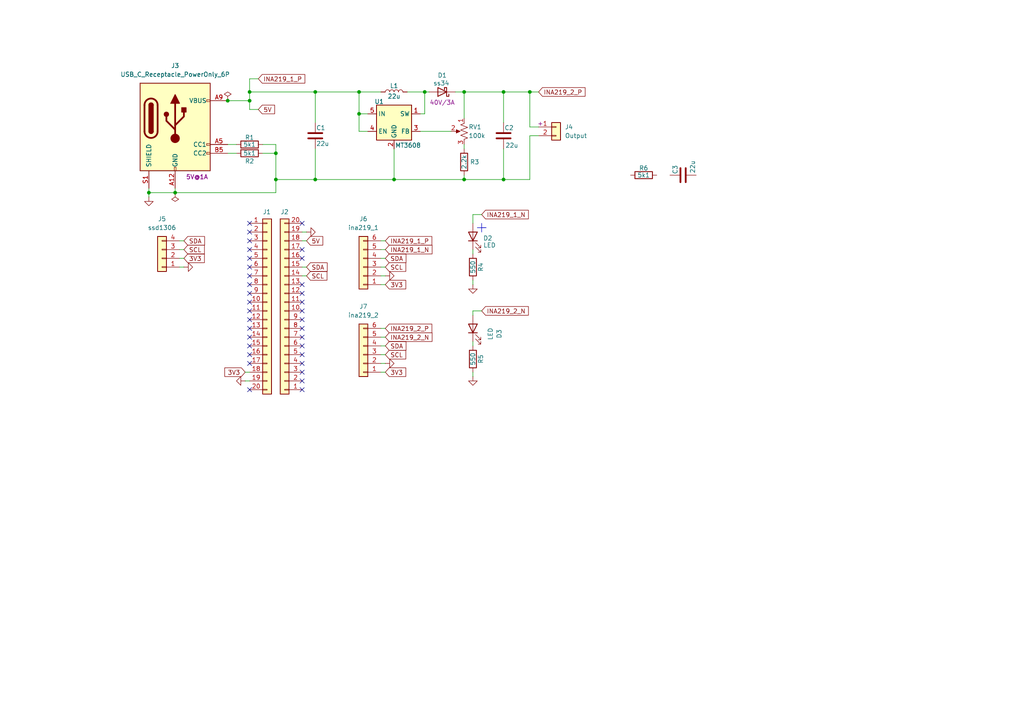
<source format=kicad_sch>
(kicad_sch (version 20231120) (generator "eeschema") (generator_version "8.0")
  (paper "A4")
  (lib_symbols
    (symbol "Connector:USB_C_Receptacle_PowerOnly_6P" (pin_names (offset 1.016))
      (property "Reference" "J" (at 0 16.51 0))
      (property "Value" "USB_C_Receptacle_PowerOnly_6P" (at 0 13.97 0))
      (symbol "USB_C_Receptacle_PowerOnly_6P_0_0"
        (rectangle (start -0.254 -12.7) (end 0.254 -11.684))
        (rectangle (start 10.16 -7.366) (end 9.144 -7.874))
        (rectangle (start 10.16 -4.826) (end 9.144 -5.334))
        (rectangle (start 10.16 7.874) (end 9.144 7.366))
      )
      (symbol "USB_C_Receptacle_PowerOnly_6P_0_1"
        (rectangle (start -10.16 12.7) (end 10.16 -12.7) (stroke (width 0.254)) (fill (type background)))
        (arc (start -8.89 -1.27) (mid -6.985 -3.1667) (end -5.08 -1.27) (stroke (width 0.508)))
        (arc (start -7.62 -1.27) (mid -6.985 -1.9023) (end -6.35 -1.27) (stroke (width 0.254)))
        (arc (start -7.62 -1.27) (mid -6.985 -1.9023) (end -6.35 -1.27) (stroke (width 0.254)) (fill (type outline)))
        (rectangle (start -7.62 -1.27) (end -6.35 6.35) (stroke (width 0.254)) (fill (type outline)))
        (arc (start -6.35 6.35) (mid -6.985 6.9823) (end -7.62 6.35) (stroke (width 0.254)))
        (arc (start -6.35 6.35) (mid -6.985 6.9823) (end -7.62 6.35) (stroke (width 0.254)) (fill (type outline)))
        (arc (start -5.08 6.35) (mid -6.985 8.2467) (end -8.89 6.35) (stroke (width 0.508)))
        (circle (center -2.54 3.683) (radius 0.635) (stroke (width 0.254)) (fill (type outline)))
        (circle (center 0 -3.302) (radius 1.27) (fill (type outline)))
        (polyline (pts (xy -8.89 -1.27) (xy -8.89 6.35)) (stroke (width 0.508)))
        (polyline (pts (xy -5.08 6.35) (xy -5.08 -1.27)) (stroke (width 0.508)))
        (polyline (pts (xy 0 -3.302) (xy 0 6.858)) (stroke (width 0.508)))
        (polyline (pts (xy 0 -0.762) (xy -2.54 1.778) (xy -2.54 3.048)) (stroke (width 0.508)))
        (polyline (pts (xy 0 0.508) (xy 2.54 3.048) (xy 2.54 4.318)) (stroke (width 0.508)))
        (polyline (pts (xy -1.27 6.858) (xy 0 9.398) (xy 1.27 6.858) (xy -1.27 6.858)) (stroke (width 0.254)) (fill (type outline)))
        (rectangle (start 1.905 4.318) (end 3.175 5.588) (stroke (width 0.254)) (fill (type outline)))
      )
      (symbol "USB_C_Receptacle_PowerOnly_6P_1_1"
        (pin passive line (at 0 -17.78 90) (length 5.08) (name "GND") (number "A12"))
        (pin bidirectional line (at 15.24 -5.08 180) (length 5.08) (name "CC1") (number "A5"))
        (pin passive line (at 15.24 7.62 180) (length 5.08) (name "VBUS") (number "A9"))
        (pin passive line (at 0 -17.78 90) (length 5.08) hide (name "GND") (number "B12"))
        (pin bidirectional line (at 15.24 -7.62 180) (length 5.08) (name "CC2") (number "B5"))
        (pin passive line (at 15.24 7.62 180) (length 5.08) hide (name "VBUS") (number "B9"))
        (pin passive line (at -7.62 -17.78 90) (length 5.08) (name "SHIELD") (number "S1"))
      )
    )
    (symbol "Connector_Generic:Conn_01x02" (pin_names (offset 1.016) hide)
      (property "Reference" "J" (at 0 2.54 0))
      (property "Value" "Conn_01x02" (at 0 -5.08 0))
      (symbol "Conn_01x02_1_1"
        (rectangle (start -1.27 -2.413) (end 0 -2.667) (stroke (width 0.1524)))
        (rectangle (start -1.27 0.127) (end 0 -0.127) (stroke (width 0.1524)))
        (rectangle (start -1.27 1.27) (end 1.27 -3.81) (stroke (width 0.254)) (fill (type background)))
        (pin passive line (at -5.08 0 0) (length 3.81) (name "Pin_1") (number "1"))
        (pin passive line (at -5.08 -2.54 0) (length 3.81) (name "Pin_2") (number "2"))
      )
    )
    (symbol "Connector_Generic:Conn_01x04" (pin_names (offset 1.016) hide)
      (property "Reference" "J" (at 0 5.08 0))
      (property "Value" "Conn_01x04" (at 0 -7.62 0))
      (symbol "Conn_01x04_1_1"
        (rectangle (start -1.27 -4.953) (end 0 -5.207) (stroke (width 0.1524)))
        (rectangle (start -1.27 -2.413) (end 0 -2.667) (stroke (width 0.1524)))
        (rectangle (start -1.27 0.127) (end 0 -0.127) (stroke (width 0.1524)))
        (rectangle (start -1.27 2.667) (end 0 2.413) (stroke (width 0.1524)))
        (rectangle (start -1.27 3.81) (end 1.27 -6.35) (stroke (width 0.254)) (fill (type background)))
        (pin passive line (at -5.08 2.54 0) (length 3.81) (name "Pin_1") (number "1"))
        (pin passive line (at -5.08 0 0) (length 3.81) (name "Pin_2") (number "2"))
        (pin passive line (at -5.08 -2.54 0) (length 3.81) (name "Pin_3") (number "3"))
        (pin passive line (at -5.08 -5.08 0) (length 3.81) (name "Pin_4") (number "4"))
      )
    )
    (symbol "Connector_Generic:Conn_01x06" (pin_names (offset 1.016) hide)
      (property "Reference" "J" (at 0 7.62 0))
      (property "Value" "Conn_01x06" (at 0 -10.16 0))
      (symbol "Conn_01x06_1_1"
        (rectangle (start -1.27 -7.493) (end 0 -7.747) (stroke (width 0.1524)))
        (rectangle (start -1.27 -4.953) (end 0 -5.207) (stroke (width 0.1524)))
        (rectangle (start -1.27 -2.413) (end 0 -2.667) (stroke (width 0.1524)))
        (rectangle (start -1.27 0.127) (end 0 -0.127) (stroke (width 0.1524)))
        (rectangle (start -1.27 2.667) (end 0 2.413) (stroke (width 0.1524)))
        (rectangle (start -1.27 5.207) (end 0 4.953) (stroke (width 0.1524)))
        (rectangle (start -1.27 6.35) (end 1.27 -8.89) (stroke (width 0.254)) (fill (type background)))
        (pin passive line (at -5.08 5.08 0) (length 3.81) (name "Pin_1") (number "1"))
        (pin passive line (at -5.08 2.54 0) (length 3.81) (name "Pin_2") (number "2"))
        (pin passive line (at -5.08 0 0) (length 3.81) (name "Pin_3") (number "3"))
        (pin passive line (at -5.08 -2.54 0) (length 3.81) (name "Pin_4") (number "4"))
        (pin passive line (at -5.08 -5.08 0) (length 3.81) (name "Pin_5") (number "5"))
        (pin passive line (at -5.08 -7.62 0) (length 3.81) (name "Pin_6") (number "6"))
      )
    )
    (symbol "Connector_Generic:Conn_01x20" (pin_names (offset 1.016) hide)
      (property "Reference" "J" (at 0 25.4 0))
      (property "Value" "Conn_01x20" (at 0 -27.94 0))
      (symbol "Conn_01x20_1_1"
        (rectangle (start -1.27 -25.273) (end 0 -25.527) (stroke (width 0.1524)))
        (rectangle (start -1.27 -22.733) (end 0 -22.987) (stroke (width 0.1524)))
        (rectangle (start -1.27 -20.193) (end 0 -20.447) (stroke (width 0.1524)))
        (rectangle (start -1.27 -17.653) (end 0 -17.907) (stroke (width 0.1524)))
        (rectangle (start -1.27 -15.113) (end 0 -15.367) (stroke (width 0.1524)))
        (rectangle (start -1.27 -12.573) (end 0 -12.827) (stroke (width 0.1524)))
        (rectangle (start -1.27 -10.033) (end 0 -10.287) (stroke (width 0.1524)))
        (rectangle (start -1.27 -7.493) (end 0 -7.747) (stroke (width 0.1524)))
        (rectangle (start -1.27 -4.953) (end 0 -5.207) (stroke (width 0.1524)))
        (rectangle (start -1.27 -2.413) (end 0 -2.667) (stroke (width 0.1524)))
        (rectangle (start -1.27 0.127) (end 0 -0.127) (stroke (width 0.1524)))
        (rectangle (start -1.27 2.667) (end 0 2.413) (stroke (width 0.1524)))
        (rectangle (start -1.27 5.207) (end 0 4.953) (stroke (width 0.1524)))
        (rectangle (start -1.27 7.747) (end 0 7.493) (stroke (width 0.1524)))
        (rectangle (start -1.27 10.287) (end 0 10.033) (stroke (width 0.1524)))
        (rectangle (start -1.27 12.827) (end 0 12.573) (stroke (width 0.1524)))
        (rectangle (start -1.27 15.367) (end 0 15.113) (stroke (width 0.1524)))
        (rectangle (start -1.27 17.907) (end 0 17.653) (stroke (width 0.1524)))
        (rectangle (start -1.27 20.447) (end 0 20.193) (stroke (width 0.1524)))
        (rectangle (start -1.27 22.987) (end 0 22.733) (stroke (width 0.1524)))
        (rectangle (start -1.27 24.13) (end 1.27 -26.67) (stroke (width 0.254)) (fill (type background)))
        (pin passive line (at -5.08 22.86 0) (length 3.81) (name "Pin_1") (number "1"))
        (pin passive line (at -5.08 0 0) (length 3.81) (name "Pin_10") (number "10"))
        (pin passive line (at -5.08 -2.54 0) (length 3.81) (name "Pin_11") (number "11"))
        (pin passive line (at -5.08 -5.08 0) (length 3.81) (name "Pin_12") (number "12"))
        (pin passive line (at -5.08 -7.62 0) (length 3.81) (name "Pin_13") (number "13"))
        (pin passive line (at -5.08 -10.16 0) (length 3.81) (name "Pin_14") (number "14"))
        (pin passive line (at -5.08 -12.7 0) (length 3.81) (name "Pin_15") (number "15"))
        (pin passive line (at -5.08 -15.24 0) (length 3.81) (name "Pin_16") (number "16"))
        (pin passive line (at -5.08 -17.78 0) (length 3.81) (name "Pin_17") (number "17"))
        (pin passive line (at -5.08 -20.32 0) (length 3.81) (name "Pin_18") (number "18"))
        (pin passive line (at -5.08 -22.86 0) (length 3.81) (name "Pin_19") (number "19"))
        (pin passive line (at -5.08 20.32 0) (length 3.81) (name "Pin_2") (number "2"))
        (pin passive line (at -5.08 -25.4 0) (length 3.81) (name "Pin_20") (number "20"))
        (pin passive line (at -5.08 17.78 0) (length 3.81) (name "Pin_3") (number "3"))
        (pin passive line (at -5.08 15.24 0) (length 3.81) (name "Pin_4") (number "4"))
        (pin passive line (at -5.08 12.7 0) (length 3.81) (name "Pin_5") (number "5"))
        (pin passive line (at -5.08 10.16 0) (length 3.81) (name "Pin_6") (number "6"))
        (pin passive line (at -5.08 7.62 0) (length 3.81) (name "Pin_7") (number "7"))
        (pin passive line (at -5.08 5.08 0) (length 3.81) (name "Pin_8") (number "8"))
        (pin passive line (at -5.08 2.54 0) (length 3.81) (name "Pin_9") (number "9"))
      )
    )
    (symbol "Device:C" (pin_numbers hide) (pin_names (offset 0.254))
      (property "Reference" "C" (at 0.635 2.54 0))
      (property "Value" "C" (at 0.635 -2.54 0))
      (symbol "C_0_1"
        (polyline (pts (xy -2.032 -0.762) (xy 2.032 -0.762)) (stroke (width 0.508)))
        (polyline (pts (xy -2.032 0.762) (xy 2.032 0.762)) (stroke (width 0.508)))
      )
      (symbol "C_1_1"
        (pin passive line (at 0 3.81 270) (length 2.794) (name "~") (number "1"))
        (pin passive line (at 0 -3.81 90) (length 2.794) (name "~") (number "2"))
      )
    )
    (symbol "Device:D_Schottky" (pin_numbers hide) (pin_names (offset 1.016) hide)
      (property "Reference" "D" (at 0 2.54 0))
      (property "Value" "D_Schottky" (at 0 -2.54 0))
      (symbol "D_Schottky_0_1"
        (polyline (pts (xy 1.27 0) (xy -1.27 0)))
        (polyline (pts (xy 1.27 1.27) (xy 1.27 -1.27) (xy -1.27 0) (xy 1.27 1.27)) (stroke (width 0.254)))
        (polyline (pts (xy -1.905 0.635) (xy -1.905 1.27) (xy -1.27 1.27) (xy -1.27 -1.27) (xy -0.635 -1.27) (xy -0.635 -0.635)) (stroke (width 0.254)))
      )
      (symbol "D_Schottky_1_1"
        (pin passive line (at -3.81 0 0) (length 2.54) (name "K") (number "1"))
        (pin passive line (at 3.81 0 180) (length 2.54) (name "A") (number "2"))
      )
    )
    (symbol "Device:L" (pin_numbers hide) (pin_names (offset 1.016) hide)
      (property "Reference" "L" (at -1.27 0 90))
      (property "Value" "L" (at 1.905 0 90))
      (symbol "L_0_1"
        (arc (start 0 -2.54) (mid 0.6323 -1.905) (end 0 -1.27))
        (arc (start 0 -1.27) (mid 0.6323 -0.635) (end 0 0))
        (arc (start 0 0) (mid 0.6323 0.635) (end 0 1.27))
        (arc (start 0 1.27) (mid 0.6323 1.905) (end 0 2.54))
      )
      (symbol "L_1_1"
        (pin passive line (at 0 3.81 270) (length 1.27) (name "1") (number "1"))
        (pin passive line (at 0 -3.81 90) (length 1.27) (name "2") (number "2"))
      )
    )
    (symbol "Device:LED" (pin_numbers hide) (pin_names (offset 1.016) hide)
      (property "Reference" "D" (at 0 2.54 0))
      (property "Value" "LED" (at 0 -2.54 0))
      (symbol "LED_0_1"
        (polyline (pts (xy -1.27 -1.27) (xy -1.27 1.27)) (stroke (width 0.254)))
        (polyline (pts (xy -1.27 0) (xy 1.27 0)))
        (polyline (pts (xy 1.27 -1.27) (xy 1.27 1.27) (xy -1.27 0) (xy 1.27 -1.27)) (stroke (width 0.254)))
        (polyline (pts (xy -3.048 -0.762) (xy -4.572 -2.286) (xy -3.81 -2.286) (xy -4.572 -2.286) (xy -4.572 -1.524)))
        (polyline (pts (xy -1.778 -0.762) (xy -3.302 -2.286) (xy -2.54 -2.286) (xy -3.302 -2.286) (xy -3.302 -1.524)))
      )
      (symbol "LED_1_1"
        (pin passive line (at -3.81 0 0) (length 2.54) (name "K") (number "1"))
        (pin passive line (at 3.81 0 180) (length 2.54) (name "A") (number "2"))
      )
    )
    (symbol "Device:R" (pin_numbers hide) (pin_names (offset 0))
      (property "Reference" "R" (at 2.032 0 90))
      (property "Value" "R" (at 0 0 90))
      (symbol "R_0_1"
        (rectangle (start -1.016 -2.54) (end 1.016 2.54) (stroke (width 0.254)))
      )
      (symbol "R_1_1"
        (pin passive line (at 0 3.81 270) (length 1.27) (name "~") (number "1"))
        (pin passive line (at 0 -3.81 90) (length 1.27) (name "~") (number "2"))
      )
    )
    (symbol "Device:R_Potentiometer_US" (pin_names (offset 1.016) hide)
      (property "Reference" "RV" (at -4.445 0 90))
      (property "Value" "R_Potentiometer_US" (at -2.54 0 90))
      (symbol "R_Potentiometer_US_0_1"
        (polyline (pts (xy 0 -2.286) (xy 0 -2.54)))
        (polyline (pts (xy 0 2.54) (xy 0 2.286)))
        (polyline (pts (xy 2.54 0) (xy 1.524 0)))
        (polyline (pts (xy 1.143 0) (xy 2.286 0.508) (xy 2.286 -0.508) (xy 1.143 0)) (fill (type outline)))
        (polyline (pts (xy 0 -0.762) (xy 1.016 -1.143) (xy 0 -1.524) (xy -1.016 -1.905) (xy 0 -2.286)))
        (polyline (pts (xy 0 0.762) (xy 1.016 0.381) (xy 0 0) (xy -1.016 -0.381) (xy 0 -0.762)))
        (polyline (pts (xy 0 2.286) (xy 1.016 1.905) (xy 0 1.524) (xy -1.016 1.143) (xy 0 0.762)))
      )
      (symbol "R_Potentiometer_US_1_1"
        (pin passive line (at 0 3.81 270) (length 1.27) (name "1") (number "1"))
        (pin passive line (at 3.81 0 180) (length 1.27) (name "2") (number "2"))
        (pin passive line (at 0 -3.81 90) (length 1.27) (name "3") (number "3"))
      )
    )
    (symbol "Regulator_Switching:MT3608"
      (property "Reference" "U" (at -2.54 8.89 0))
      (property "Value" "MT3608" (at -3.81 6.35 0))
      (symbol "MT3608_0_1"
        (rectangle (start -5.08 5.08) (end 5.08 -5.08) (stroke (width 0.254)) (fill (type background)))
      )
      (symbol "MT3608_1_1"
        (pin passive line (at 7.62 2.54 180) (length 2.54) (name "SW") (number "1"))
        (pin power_in line (at 0 -7.62 90) (length 2.54) (name "GND") (number "2"))
        (pin input line (at 7.62 -2.54 180) (length 2.54) (name "FB") (number "3"))
        (pin input line (at -7.62 -2.54 0) (length 2.54) (name "EN") (number "4"))
        (pin power_in line (at -7.62 2.54 0) (length 2.54) (name "IN") (number "5"))
        (pin no_connect line (at 5.08 0 180) (length 2.54) hide (name "NC") (number "6"))
      )
    )
    (symbol "power:GND" (power) (pin_numbers hide) (pin_names (offset 0) hide)
      (property "Value" "GND" (at 0 -3.81 0))
      (symbol "GND_0_1"
        (polyline (pts (xy 0 0) (xy 0 -1.27) (xy 1.27 -1.27) (xy 0 -2.54) (xy -1.27 -1.27) (xy 0 -1.27)))
      )
      (symbol "GND_1_1"
        (pin power_in line (at 0 0 270) (length 0) (name "~") (number "1"))
      )
    )
    (symbol "power:PWR_FLAG" (power) (pin_numbers hide) (pin_names (offset 0) hide)
      (property "Value" "PWR_FLAG" (at 0 3.81 0))
      (symbol "PWR_FLAG_0_0"
        (pin power_out line (at 0 0 90) (length 0) (name "~") (number "1"))
      )
      (symbol "PWR_FLAG_0_1"
        (polyline (pts (xy 0 0) (xy 0 1.27) (xy -1.016 1.905) (xy 0 2.54) (xy 1.016 1.905) (xy 0 1.27)))
      )
    )
  )
  (junction (at 146.05 26.67))
  (junction (at 66.04 29.21))
  (junction (at 134.62 26.67))
  (junction (at 134.62 52.07))
  (junction (at 80.01 52.07))
  (junction (at 104.14 26.67))
  (junction (at 91.44 52.07))
  (junction (at 72.39 26.67))
  (junction (at 104.14 33.02))
  (junction (at 123.19 26.67))
  (junction (at 50.8 55.88))
  (junction (at 80.01 44.45))
  (junction (at 146.05 52.07))
  (junction (at 91.44 26.67))
  (junction (at 153.67 26.67))
  (junction (at 43.18 55.88))
  (junction (at 72.39 29.21))
  (junction (at 114.3 52.07))
  (no_connect (at 72.39 87.63))
  (no_connect (at 87.63 107.95))
  (no_connect (at 72.39 64.77))
  (no_connect (at 72.39 90.17))
  (no_connect (at 72.39 72.39))
  (no_connect (at 87.63 105.41))
  (no_connect (at 72.39 67.31))
  (no_connect (at 87.63 90.17))
  (no_connect (at 72.39 102.87))
  (no_connect (at 72.39 85.09))
  (no_connect (at 87.63 85.09))
  (no_connect (at 72.39 100.33))
  (no_connect (at 72.39 69.85))
  (no_connect (at 72.39 77.47))
  (no_connect (at 87.63 102.87))
  (no_connect (at 72.39 80.01))
  (no_connect (at 72.39 92.71))
  (no_connect (at 87.63 95.25))
  (no_connect (at 87.63 87.63))
  (no_connect (at 72.39 113.03))
  (no_connect (at 87.63 113.03))
  (no_connect (at 72.39 95.25))
  (no_connect (at 87.63 64.77))
  (no_connect (at 87.63 92.71))
  (no_connect (at 72.39 82.55))
  (no_connect (at 87.63 82.55))
  (no_connect (at 87.63 97.79))
  (no_connect (at 72.39 97.79))
  (no_connect (at 87.63 74.93))
  (no_connect (at 87.63 110.49))
  (no_connect (at 87.63 100.33))
  (no_connect (at 72.39 74.93))
  (no_connect (at 87.63 72.39))
  (no_connect (at 72.39 105.41))
  (wire (pts (xy 132.08 26.67) (xy 134.62 26.67)))
  (wire (pts (xy 114.3 43.18) (xy 114.3 52.07)))
  (wire (pts (xy 43.18 55.88) (xy 50.8 55.88)))
  (wire (pts (xy 80.01 52.07) (xy 91.44 52.07)))
  (wire (pts (xy 153.67 26.67) (xy 156.21 26.67)))
  (wire (pts (xy 110.49 82.55) (xy 111.76 82.55)))
  (wire (pts (xy 91.44 52.07) (xy 114.3 52.07)))
  (wire (pts (xy 134.62 26.67) (xy 134.62 34.29)))
  (wire (pts (xy 146.05 52.07) (xy 153.67 52.07)))
  (wire (pts (xy 91.44 43.18) (xy 91.44 52.07)))
  (wire (pts (xy 110.49 105.41) (xy 111.76 105.41)))
  (wire (pts (xy 110.49 100.33) (xy 111.76 100.33)))
  (wire (pts (xy 43.18 54.61) (xy 43.18 55.88)))
  (wire (pts (xy 50.8 54.61) (xy 50.8 55.88)))
  (wire (pts (xy 74.93 31.75) (xy 72.39 31.75)))
  (wire (pts (xy 134.62 52.07) (xy 146.05 52.07)))
  (wire (pts (xy 153.67 39.37) (xy 153.67 52.07)))
  (wire (pts (xy 52.07 77.47) (xy 53.34 77.47)))
  (wire (pts (xy 137.16 107.95) (xy 137.16 109.22)))
  (wire (pts (xy 110.49 80.01) (xy 111.76 80.01)))
  (polyline (pts (xy 140.97 66.04) (xy 139.7 66.04)))
  (polyline (pts (xy 140.97 66.04) (xy 138.43 66.04)))
  (wire (pts (xy 50.8 55.88) (xy 80.01 55.88)))
  (wire (pts (xy 52.07 72.39) (xy 53.34 72.39)))
  (wire (pts (xy 72.39 29.21) (xy 66.04 29.21)))
  (wire (pts (xy 134.62 26.67) (xy 146.05 26.67)))
  (wire (pts (xy 71.12 110.49) (xy 72.39 110.49)))
  (wire (pts (xy 80.01 52.07) (xy 80.01 55.88)))
  (wire (pts (xy 66.04 44.45) (xy 68.58 44.45)))
  (wire (pts (xy 72.39 22.86) (xy 74.93 22.86)))
  (wire (pts (xy 139.7 62.23) (xy 137.16 62.23)))
  (wire (pts (xy 137.16 62.23) (xy 137.16 64.77)))
  (wire (pts (xy 104.14 26.67) (xy 110.49 26.67)))
  (wire (pts (xy 80.01 41.91) (xy 80.01 44.45)))
  (wire (pts (xy 80.01 44.45) (xy 80.01 52.07)))
  (wire (pts (xy 91.44 26.67) (xy 104.14 26.67)))
  (wire (pts (xy 121.92 33.02) (xy 123.19 33.02)))
  (wire (pts (xy 134.62 50.8) (xy 134.62 52.07)))
  (wire (pts (xy 123.19 33.02) (xy 123.19 26.67)))
  (wire (pts (xy 106.68 38.1) (xy 104.14 38.1)))
  (wire (pts (xy 72.39 29.21) (xy 72.39 26.67)))
  (wire (pts (xy 110.49 102.87) (xy 111.76 102.87)))
  (wire (pts (xy 71.12 107.95) (xy 72.39 107.95)))
  (wire (pts (xy 110.49 107.95) (xy 111.76 107.95)))
  (wire (pts (xy 137.16 99.06) (xy 137.16 100.33)))
  (wire (pts (xy 110.49 97.79) (xy 111.76 97.79)))
  (wire (pts (xy 72.39 22.86) (xy 72.39 26.67)))
  (wire (pts (xy 153.67 26.67) (xy 153.67 36.83)))
  (wire (pts (xy 87.63 67.31) (xy 88.9 67.31)))
  (wire (pts (xy 123.19 26.67) (xy 124.46 26.67)))
  (wire (pts (xy 153.67 36.83) (xy 156.21 36.83)))
  (wire (pts (xy 72.39 26.67) (xy 91.44 26.67)))
  (wire (pts (xy 121.92 38.1) (xy 130.81 38.1)))
  (wire (pts (xy 137.16 72.39) (xy 137.16 73.66)))
  (wire (pts (xy 110.49 77.47) (xy 111.76 77.47)))
  (wire (pts (xy 66.04 41.91) (xy 68.58 41.91)))
  (wire (pts (xy 134.62 41.91) (xy 134.62 43.18)))
  (wire (pts (xy 52.07 69.85) (xy 53.34 69.85)))
  (wire (pts (xy 146.05 26.67) (xy 153.67 26.67)))
  (wire (pts (xy 52.07 74.93) (xy 53.34 74.93)))
  (wire (pts (xy 110.49 72.39) (xy 111.76 72.39)))
  (wire (pts (xy 110.49 69.85) (xy 111.76 69.85)))
  (wire (pts (xy 104.14 33.02) (xy 104.14 26.67)))
  (wire (pts (xy 104.14 33.02) (xy 106.68 33.02)))
  (wire (pts (xy 76.2 44.45) (xy 80.01 44.45)))
  (wire (pts (xy 137.16 90.17) (xy 139.7 90.17)))
  (wire (pts (xy 153.67 39.37) (xy 156.21 39.37)))
  (wire (pts (xy 114.3 52.07) (xy 134.62 52.07)))
  (wire (pts (xy 72.39 31.75) (xy 72.39 29.21)))
  (wire (pts (xy 118.11 26.67) (xy 123.19 26.67)))
  (polyline (pts (xy 139.7 64.77) (xy 139.7 67.31)))
  (wire (pts (xy 91.44 26.67) (xy 91.44 35.56)))
  (wire (pts (xy 146.05 26.67) (xy 146.05 35.56)))
  (wire (pts (xy 104.14 38.1) (xy 104.14 33.02)))
  (wire (pts (xy 110.49 95.25) (xy 111.76 95.25)))
  (wire (pts (xy 146.05 43.18) (xy 146.05 52.07)))
  (wire (pts (xy 43.18 55.88) (xy 43.18 57.15)))
  (wire (pts (xy 110.49 74.93) (xy 111.76 74.93)))
  (wire (pts (xy 88.9 69.85) (xy 87.63 69.85)))
  (wire (pts (xy 87.63 77.47) (xy 88.9 77.47)))
  (wire (pts (xy 76.2 41.91) (xy 80.01 41.91)))
  (wire (pts (xy 137.16 81.28) (xy 137.16 82.55)))
  (wire (pts (xy 87.63 80.01) (xy 88.9 80.01)))
  (wire (pts (xy 137.16 91.44) (xy 137.16 90.17)))
  (global_label "SCL" (shape input) (at 88.9 80.01 0) (property "Intersheetrefs" "${INTERSHEET_REFS}" (effects (hide yes))))
  (global_label "3V3" (shape input) (at 53.34 74.93 0) (property "Intersheetrefs" "${INTERSHEET_REFS}" (effects (hide yes))))
  (global_label "3V3" (shape input) (at 111.76 82.55 0) (property "Intersheetrefs" "${INTERSHEET_REFS}" (effects (hide yes))))
  (global_label "SDA" (shape input) (at 111.76 100.33 0) (property "Intersheetrefs" "${INTERSHEET_REFS}" (effects (hide yes))))
  (global_label "INA219_1_N" (shape input) (at 111.76 72.39 0) (property "Intersheetrefs" "${INTERSHEET_REFS}" (effects (hide yes))))
  (global_label "INA219_1_P" (shape input) (at 111.76 69.85 0) (property "Intersheetrefs" "${INTERSHEET_REFS}" (effects (hide yes))))
  (global_label "INA219_1_N" (shape input) (at 139.7 62.23 0) (property "Intersheetrefs" "${INTERSHEET_REFS}" (effects (hide yes))))
  (global_label "SDA" (shape input) (at 111.76 74.93 0) (property "Intersheetrefs" "${INTERSHEET_REFS}" (effects (hide yes))))
  (global_label "INA219_2_N" (shape input) (at 139.7 90.17 0) (property "Intersheetrefs" "${INTERSHEET_REFS}" (effects (hide yes))))
  (global_label "INA219_2_P" (shape input) (at 111.76 95.25 0) (property "Intersheetrefs" "${INTERSHEET_REFS}" (effects (hide yes))))
  (global_label "INA219_2_P" (shape input) (at 156.21 26.67 0) (property "Intersheetrefs" "${INTERSHEET_REFS}" (effects (hide yes))))
  (global_label "5V" (shape input) (at 74.93 31.75 0) (property "Intersheetrefs" "${INTERSHEET_REFS}" (effects (hide yes))))
  (global_label "INA219_1_P" (shape input) (at 74.93 22.86 0) (property "Intersheetrefs" "${INTERSHEET_REFS}" (effects (hide yes))))
  (global_label "SCL" (shape input) (at 53.34 72.39 0) (property "Intersheetrefs" "${INTERSHEET_REFS}" (effects (hide yes))))
  (global_label "3V3" (shape input) (at 71.12 107.95 180) (property "Intersheetrefs" "${INTERSHEET_REFS}" (effects (hide yes))))
  (global_label "SCL" (shape input) (at 111.76 102.87 0) (property "Intersheetrefs" "${INTERSHEET_REFS}" (effects (hide yes))))
  (global_label "SDA" (shape input) (at 53.34 69.85 0) (property "Intersheetrefs" "${INTERSHEET_REFS}" (effects (hide yes))))
  (global_label "SDA" (shape input) (at 88.9 77.47 0) (property "Intersheetrefs" "${INTERSHEET_REFS}" (effects (hide yes))))
  (global_label "5V" (shape input) (at 88.9 69.85 0) (property "Intersheetrefs" "${INTERSHEET_REFS}" (effects (hide yes))))
  (global_label "SCL" (shape input) (at 111.76 77.47 0) (property "Intersheetrefs" "${INTERSHEET_REFS}" (effects (hide yes))))
  (global_label "3V3" (shape input) (at 111.76 107.95 0) (property "Intersheetrefs" "${INTERSHEET_REFS}" (effects (hide yes))))
  (global_label "INA219_2_N" (shape input) (at 111.76 97.79 0) (property "Intersheetrefs" "${INTERSHEET_REFS}" (effects (hide yes))))
  (symbol (lib_id "Device:R") (at 186.69 50.8 90) (unit 1)
    (property "Reference" "R6" (at 186.69 48.768 90))
    (property "Value" "5k1" (at 186.69 50.8 90))
    (property "Footprint" "Resistor_SMD:R_0603_1608Metric_Pad0.98x0.95mm_HandSolder" (effects (hide yes)))
    (property "Description" "Resistor" (effects (hide yes)))
  )
  (symbol (lib_id "Device:L") (at 114.3 26.67 90) (unit 1)
    (property "Reference" "L1" (at 114.3 24.892 90))
    (property "Value" "22u" (at 114.3 27.94 90))
    (property "Footprint" "Inductor_SMD:L_12x12mm_H8mm" (effects (hide yes)))
    (property "Description" "Inductor" (effects (hide yes)))
  )
  (symbol (lib_id "Connector_Generic:Conn_01x06") (at 105.41 102.87 180) (unit 1)
    (property "Reference" "J7" (at 105.41 88.9 0))
    (property "Value" "ina219_2" (at 105.41 91.44 0))
    (property "Footprint" "Connector_PinSocket_2.54mm:PinSocket_1x06_P2.54mm_Vertical" (effects (hide yes)))
    (property "Description" "Generic connector, single row, 01x06, script generated (kicad-library-utils/schlib/autogen/connector/)" (effects (hide yes)))
  )
  (symbol (lib_id "Connector_Generic:Conn_01x02") (at 161.29 36.83 0) (unit 1)
    (property "Reference" "J4" (at 163.83 36.8299 0) (effects (justify left)))
    (property "Value" "Output" (at 163.83 39.3699 0) (effects (justify left)))
    (property "Footprint" "Connector_PinSocket_2.54mm:PinSocket_1x02_P2.54mm_Vertical" (effects (hide yes)))
    (property "Description" "Generic connector, single row, 01x02, script generated (kicad-library-utils/schlib/autogen/connector/)" (effects (hide yes)))
    (property "+" "+" (at 156.718 35.814 0))
  )
  (symbol (lib_id "power:GND") (at 88.9 67.31 90) (unit 1)
    (property "Reference" "#PWR01" (effects (hide yes)))
    (property "Value" "GND" (effects (hide yes)))
    (property "Description" "Power symbol creates a global label with name \"GND\" , ground" (effects (hide yes)))
  )
  (symbol (lib_id "Device:C") (at 91.44 39.37 0) (unit 1)
    (property "Reference" "C1" (at 91.694 37.084 0) (effects (justify left)))
    (property "Value" "22u" (at 91.694 41.656 0) (effects (justify left)))
    (property "Footprint" "Capacitor_SMD:C_1206_3216Metric_Pad1.33x1.80mm_HandSolder" (effects (hide yes)))
    (property "Description" "Unpolarized capacitor" (effects (hide yes)))
  )
  (symbol (lib_id "Connector_Generic:Conn_01x06") (at 105.41 77.47 180) (unit 1)
    (property "Reference" "J6" (at 105.41 63.5 0))
    (property "Value" "ina219_1" (at 105.41 66.04 0))
    (property "Footprint" "Connector_PinSocket_2.54mm:PinSocket_1x06_P2.54mm_Vertical" (effects (hide yes)))
    (property "Description" "Generic connector, single row, 01x06, script generated (kicad-library-utils/schlib/autogen/connector/)" (effects (hide yes)))
  )
  (symbol (lib_id "Connector_Generic:Conn_01x04") (at 46.99 74.93 180) (unit 1)
    (property "Reference" "J5" (at 46.99 63.5 0))
    (property "Value" "ssd1306" (at 46.99 66.04 0))
    (property "Footprint" "Connector_PinSocket_2.54mm:PinSocket_1x04_P2.54mm_Vertical" (effects (hide yes)))
    (property "Description" "Generic connector, single row, 01x04, script generated (kicad-library-utils/schlib/autogen/connector/)" (effects (hide yes)))
  )
  (symbol (lib_id "power:PWR_FLAG") (at 66.04 29.21 0) (unit 1)
    (property "Reference" "#FLG02" (effects (hide yes)))
    (property "Value" "PWR_FLAG" (effects (hide yes)))
    (property "Description" "Special symbol for telling ERC where power comes from" (effects (hide yes)))
  )
  (symbol (lib_id "Device:D_Schottky") (at 128.27 26.67 180) (unit 1)
    (property "Reference" "D1" (at 128.27 21.844 0))
    (property "Value" "ss34" (at 128.016 24.13 0))
    (property "Footprint" "Diode_SMD:D_SMA_Handsoldering" (effects (hide yes)))
    (property "Description" "Schottky diode" (effects (hide yes)))
    (property "Spec" "40V/3A" (at 128.27 29.718 0))
  )
  (symbol (lib_id "power:GND") (at 137.16 109.22 0) (unit 1)
    (property "Reference" "#PWR06" (effects (hide yes)))
    (property "Value" "GND" (effects (hide yes)))
    (property "Description" "Power symbol creates a global label with name \"GND\" , ground" (effects (hide yes)))
  )
  (symbol (lib_id "Device:R") (at 137.16 104.14 0) (unit 1)
    (property "Reference" "R5" (at 139.446 104.14 90))
    (property "Value" "550" (at 137.16 104.14 90))
    (property "Footprint" "Resistor_SMD:R_0603_1608Metric_Pad0.98x0.95mm_HandSolder" (effects (hide yes)))
    (property "Description" "Resistor" (effects (hide yes)))
  )
  (symbol (lib_id "Device:R") (at 72.39 41.91 90) (unit 1)
    (property "Reference" "R1" (at 72.39 39.878 90))
    (property "Value" "5k1" (at 72.39 41.91 90))
    (property "Footprint" "Resistor_SMD:R_0603_1608Metric_Pad0.98x0.95mm_HandSolder" (effects (hide yes)))
    (property "Description" "Resistor" (effects (hide yes)))
  )
  (symbol (lib_id "Device:R") (at 72.39 44.45 90) (unit 1)
    (property "Reference" "R2" (at 72.39 46.736 90))
    (property "Value" "5k1" (at 72.39 44.45 90))
    (property "Footprint" "Resistor_SMD:R_0603_1608Metric_Pad0.98x0.95mm_HandSolder" (effects (hide yes)))
    (property "Description" "Resistor" (effects (hide yes)))
  )
  (symbol (lib_id "Device:C") (at 146.05 39.37 0) (unit 1)
    (property "Reference" "C2" (at 146.304 37.084 0) (effects (justify left)))
    (property "Value" "22u" (at 146.558 42.164 0) (effects (justify left)))
    (property "Footprint" "Capacitor_SMD:C_1206_3216Metric_Pad1.33x1.80mm_HandSolder" (effects (hide yes)))
    (property "Description" "Unpolarized capacitor" (effects (hide yes)))
  )
  (symbol (lib_id "Device:C") (at 198.12 50.8 90) (unit 1)
    (property "Reference" "C3" (at 195.834 50.546 0) (effects (justify left)))
    (property "Value" "22u" (at 200.914 50.292 0) (effects (justify left)))
    (property "Footprint" "Capacitor_SMD:C_1206_3216Metric_Pad1.33x1.80mm_HandSolder" (effects (hide yes)))
    (property "Description" "Unpolarized capacitor" (effects (hide yes)))
  )
  (symbol (lib_id "power:GND") (at 43.18 57.15 0) (unit 1)
    (property "Reference" "#PWR02" (effects (hide yes)))
    (property "Value" "GND" (effects (hide yes)))
    (property "Description" "Power symbol creates a global label with name \"GND\" , ground" (effects (hide yes)))
  )
  (symbol (lib_id "Device:R_Potentiometer_US") (at 134.62 38.1 0) (mirror y) (unit 1)
    (property "Reference" "RV1" (at 135.89 36.83 0) (effects (justify right)))
    (property "Value" "100k" (at 135.89 39.37 0) (effects (justify right)))
    (property "Footprint" "Potentiometer_THT:Potentiometer_Bourns_3296W_Vertical" (effects (hide yes)))
    (property "Description" "Potentiometer, US symbol" (effects (hide yes)))
  )
  (symbol (lib_id "power:PWR_FLAG") (at 50.8 55.88 180) (unit 1)
    (property "Reference" "#FLG01" (effects (hide yes)))
    (property "Value" "PWR_FLAG" (effects (hide yes)))
    (property "Description" "Special symbol for telling ERC where power comes from" (effects (hide yes)))
  )
  (symbol (lib_id "Device:R") (at 137.16 77.47 0) (unit 1)
    (property "Reference" "R4" (at 139.446 77.47 90))
    (property "Value" "550" (at 137.16 77.47 90))
    (property "Footprint" "Resistor_SMD:R_0603_1608Metric_Pad0.98x0.95mm_HandSolder" (effects (hide yes)))
    (property "Description" "Resistor" (effects (hide yes)))
  )
  (symbol (lib_id "power:GND") (at 137.16 82.55 0) (unit 1)
    (property "Reference" "#PWR05" (effects (hide yes)))
    (property "Value" "GND" (effects (hide yes)))
    (property "Description" "Power symbol creates a global label with name \"GND\" , ground" (effects (hide yes)))
  )
  (symbol (lib_id "Device:R") (at 134.62 46.99 0) (mirror x) (unit 1)
    (property "Reference" "R3" (at 137.668 46.99 0))
    (property "Value" "2.2k" (at 134.62 46.99 90))
    (property "Footprint" "Resistor_SMD:R_0603_1608Metric_Pad0.98x0.95mm_HandSolder" (effects (hide yes)))
    (property "Description" "Resistor" (effects (hide yes)))
  )
  (symbol (lib_id "Regulator_Switching:MT3608") (at 114.3 35.56 0) (unit 1)
    (property "Reference" "U1" (at 109.982 29.464 0))
    (property "Value" "MT3608" (at 118.364 42.164 0))
    (property "Footprint" "Package_TO_SOT_SMD:SOT-23-6_Handsoldering" (effects (hide yes)))
    (property "Datasheet" "https://www.olimex.com/Products/Breadboarding/BB-PWR-3608/resources/MT3608.pdf" (effects (hide yes)))
    (property "Description" "High Efficiency 1.2MHz 2A Step Up Converter, 2-24V Vin, 28V Vout, 4A current limit, 1.2MHz, SOT23-6" (effects (hide yes)))
  )
  (symbol (lib_id "power:GND") (at 111.76 80.01 90) (unit 1)
    (property "Reference" "#PWR03" (effects (hide yes)))
    (property "Value" "GND" (effects (hide yes)))
    (property "Description" "Power symbol creates a global label with name \"GND\" , ground" (effects (hide yes)))
  )
  (symbol (lib_id "Connector:USB_C_Receptacle_PowerOnly_6P") (at 50.8 36.83 0) (unit 1)
    (property "Reference" "J3" (at 50.8 19.05 0))
    (property "Value" "USB_C_Receptacle_PowerOnly_6P" (at 50.8 21.59 0))
    (property "Footprint" "Connector_USB:USB_C_Receptacle_HRO_TYPE-C-31-M-17" (effects (hide yes)))
    (property "Datasheet" "https://www.usb.org/sites/default/files/documents/usb_type-c.zip" (effects (hide yes)))
    (property "Description" "USB Power-Only 6P Type-C Receptacle connector" (effects (hide yes)))
    (property "Spec" "5V@1A" (at 57.15 51.308 0))
  )
  (symbol (lib_id "Connector_Generic:Conn_01x20") (at 82.55 90.17 180) (unit 1)
    (property "Reference" "J2" (at 82.55 61.468 0))
    (property "Value" "Conn_01x20" (effects (hide yes)))
    (property "Footprint" "Connector_PinSocket_2.54mm:PinSocket_1x20_P2.54mm_Vertical" (effects (hide yes)))
    (property "Description" "Generic connector, single row, 01x20, script generated (kicad-library-utils/schlib/autogen/connector/)" (effects (hide yes)))
  )
  (symbol (lib_id "Device:LED") (at 137.16 95.25 90) (unit 1)
    (property "Reference" "D3" (at 144.78 96.8375 0))
    (property "Value" "LED" (at 142.24 96.8375 0))
    (property "Footprint" "LED_SMD:LED_0603_1608Metric_Pad1.05x0.95mm_HandSolder" (effects (hide yes)))
    (property "Description" "Light emitting diode" (effects (hide yes)))
  )
  (symbol (lib_id "power:GND") (at 111.76 105.41 90) (unit 1)
    (property "Reference" "#PWR07" (effects (hide yes)))
    (property "Value" "GND" (effects (hide yes)))
    (property "Description" "Power symbol creates a global label with name \"GND\" , ground" (effects (hide yes)))
  )
  (symbol (lib_id "Device:LED") (at 137.16 68.58 90) (unit 1)
    (property "Reference" "D2" (at 141.478 69.088 90))
    (property "Value" "LED" (at 141.986 71.12 90))
    (property "Footprint" "LED_SMD:LED_0603_1608Metric_Pad1.05x0.95mm_HandSolder" (effects (hide yes)))
    (property "Description" "Light emitting diode" (effects (hide yes)))
  )
  (symbol (lib_id "power:GND") (at 53.34 77.47 90) (unit 1)
    (property "Reference" "#PWR08" (effects (hide yes)))
    (property "Value" "GND" (effects (hide yes)))
    (property "Description" "Power symbol creates a global label with name \"GND\" , ground" (effects (hide yes)))
  )
  (symbol (lib_id "Connector_Generic:Conn_01x20") (at 77.47 87.63 0) (unit 1)
    (property "Reference" "J1" (at 76.2 61.468 0) (effects (justify left)))
    (property "Value" "Conn_01x20" (effects (hide yes)))
    (property "Footprint" "Connector_PinSocket_2.54mm:PinSocket_1x20_P2.54mm_Vertical" (effects (hide yes)))
    (property "Description" "Generic connector, single row, 01x20, script generated (kicad-library-utils/schlib/autogen/connector/)" (effects (hide yes)))
  )
  (symbol (lib_id "power:GND") (at 71.12 110.49 270) (unit 1)
    (property "Reference" "#PWR04" (effects (hide yes)))
    (property "Value" "GND" (effects (hide yes)))
    (property "Description" "Power symbol creates a global label with name \"GND\" , ground" (effects (hide yes)))
  )
)
</source>
